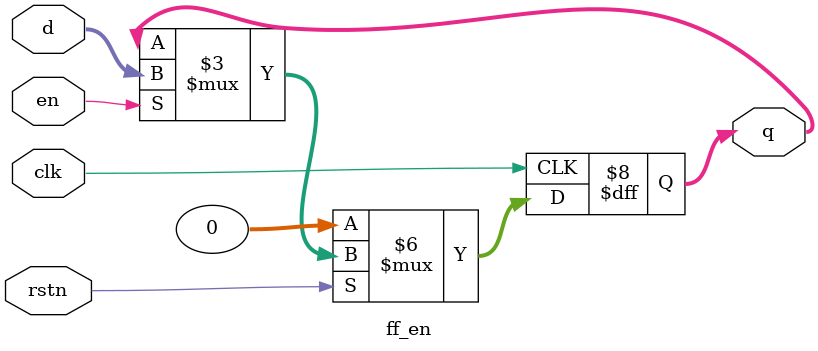
<source format=sv>
module ff_en (
  input wire clk,
  input wire en,
  input wire rstn,
  input wire [31:0] d,
  output reg [31:0] q
);

always @(posedge clk) begin
  if (!rstn) begin
    q <= 32'b0;
  end 
  else if (en) begin
    q <= d;
  end
end

endmodule
</source>
